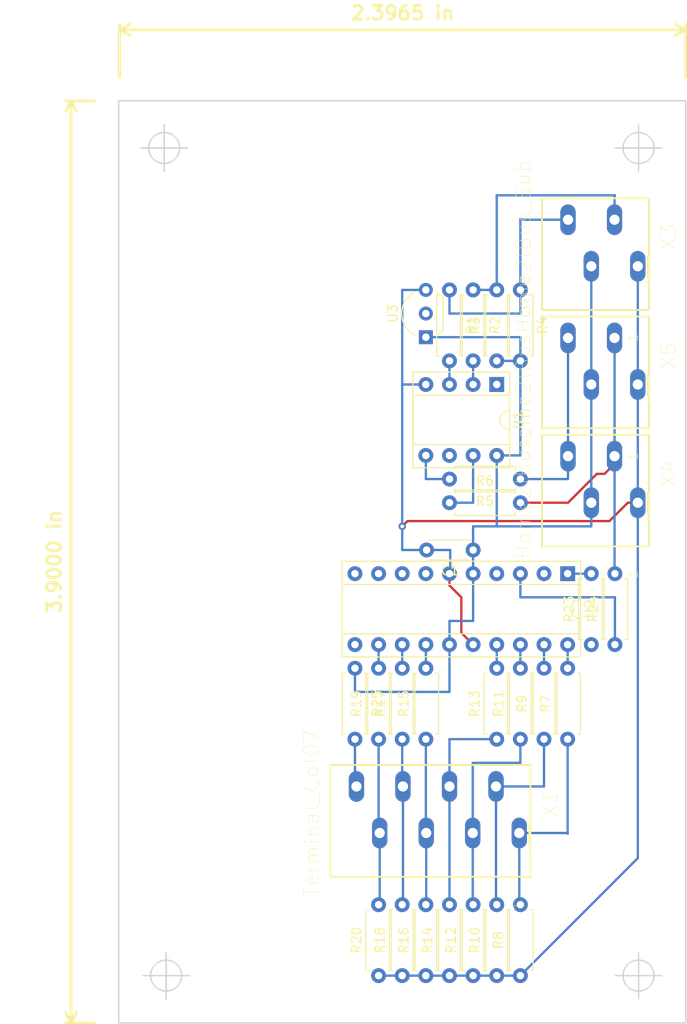
<source format=kicad_pcb>
(kicad_pcb (version 20171130) (host pcbnew 5.0.2+dfsg1-1)
  (title_block (title "Matrix Card Roof") (date 2019-10-30) (company "Gundolf Kiefer"))
  (layers (0 F.Cu signal) (1 In1.Cu signal hide) (2 In2.Cu signal) (31 B.Cu signal) (34 B.Paste user) (35 F.Paste user) (36 B.SilkS user) (37 F.SilkS user) (38 B.Mask user) (39 F.Mask user) (44 Edge.Cuts user))
  (net 0 "")
  (net 1 +5V)
  (net 2 /twi_ma_scl)
  (net 3 /twi_ma_sda)
  (net 4 /SCL)
  (net 5 /SDA)
  (net 6 GND)
  (net 7 "Net-(U1-Pad1)")
  (net 8 "Net-(R23-Pad2)")
  (net 9 "Net-(R25-Pad2)")
  (net 10 "Net-(R24-Pad1)")
  (net 11 "Net-(R5-Pad2)")
  (net 12 "Net-(R6-Pad1)")
  (net 13 "Net-(R7-Pad2)")
  (net 14 "Net-(R11-Pad2)")
  (net 15 "Net-(R9-Pad2)")
  (net 16 "Net-(R19-Pad2)")
  (net 17 "Net-(R17-Pad2)")
  (net 18 "Net-(R15-Pad2)")
  (net 19 "Net-(R13-Pad2)")
  (net 20 "Net-(U2-Pad2)")
  (net 21 "Net-(U1-Pad6)")
  (net 22 "Net-(U2-Pad10)")
  (net 23 "Net-(R7-Pad1)")
  (net 24 "Net-(R10-Pad2)")
  (net 25 "Net-(R11-Pad1)")
  (net 26 "Net-(R13-Pad1)")
  (net 27 "Net-(R15-Pad1)")
  (net 28 "Net-(R19-Pad1)")
  (net 29 "Net-(R17-Pad1)")
  (net 30 "Net-(R1-Pad1)")
  (net 31 "Net-(R2-Pad1)")
  (net 32 "Net-(U2-Pad11)")
  (net 33 "Net-(U2-Pad4)")
  (net 34 "Net-(U2-Pad7)")
  (net 35 "Net-(U2-Pad8)")
  (net 36 "Net-(U2-Pad9)")
  (module 250-404_000-012:P-250-404 (layer F.Cu) (at 76.6872 67.28 270)
    (fp_text reference X3 (at -1.80022 -7.8138 270) (layer F.SilkS) (effects (font (size 1.57501 1.57501) (thickness 0.05))))
    (fp_text value Home2lBus_Sub (at -0.80054 7.79256 270) (layer F.SilkS) (effects (font (size 1.57589 1.57589) (thickness 0.05))))
    (fp_text user 1 (at 9.00484 -4.01496 270) (layer F.SilkS) (effects (font (thickness 0.05))))
    (pad L1 thru_hole oval (at 1.3 -4.5128 90) (size 3.3 1.65) (drill 1.1) (layers *.Cu *.Mask) (net 6 GND))
    (pad L2 thru_hole oval (at -3.7 -2.0128 270) (size 3.3 1.65) (drill 1.1) (layers *.Cu *.Mask) (net 31 "Net-(R2-Pad1)"))
    (pad L3 thru_hole oval (at 1.3 0.4872 270) (size 3.3 1.65) (drill 1.1) (layers *.Cu *.Mask) (net 1 +5V))
    (pad L4 thru_hole oval (at -3.7 2.9872 270) (size 3.3 1.65) (drill 1.1) (layers *.Cu *.Mask) (net 30 "Net-(R1-Pad1)"))
  )
  (module Package_TO_SOT_THT:TO-92_Inline_Wide (layer F.Cu) (at 58.42 76.2 90)
    (fp_text reference U3 (at 2.54 -3.56 90) (layer F.SilkS))
    (fp_text value TSIC306-TO92)
    (pad 1 thru_hole rect (at 0 0 180) (size 1.5 1.5) (drill 0.8) (layers *.Cu *.Mask) (net 1 +5V))
    (pad 3 thru_hole circle (at 5.08 0 180) (size 1.5 1.5) (drill 0.8) (layers *.Cu *.Mask) (net 6 GND))
    (pad 2 thru_hole circle (at 2.54 0 180) (size 1.5 1.5) (drill 0.8) (layers *.Cu *.Mask) (net 20 "Net-(U2-Pad2)"))
  )
  (module Package_DIP:DIP-20_W7.62mm_Socket (layer F.Cu) (at 73.66 101.6 270)
    (fp_text reference U2 (at 3.81 -2.33 270) (layer F.SilkS))
    (fp_text value ATtiny861-20PU)
    (pad 1 thru_hole rect (at 0 0 270) (size 1.6 1.6) (drill 0.8) (layers *.Cu *.Mask) (net 8 "Net-(R23-Pad2)"))
    (pad 11 thru_hole oval (at 7.62 22.86 270) (size 1.6 1.6) (drill 0.8) (layers *.Cu *.Mask) (net 32 "Net-(U2-Pad11)"))
    (pad 2 thru_hole oval (at 0 2.54 270) (size 1.6 1.6) (drill 0.8) (layers *.Cu *.Mask) (net 20 "Net-(U2-Pad2)"))
    (pad 12 thru_hole oval (at 7.62 20.32 270) (size 1.6 1.6) (drill 0.8) (layers *.Cu *.Mask) (net 16 "Net-(R19-Pad2)"))
    (pad 3 thru_hole oval (at 0 5.08 270) (size 1.6 1.6) (drill 0.8) (layers *.Cu *.Mask) (net 10 "Net-(R24-Pad1)"))
    (pad 13 thru_hole oval (at 7.62 17.78 270) (size 1.6 1.6) (drill 0.8) (layers *.Cu *.Mask) (net 17 "Net-(R17-Pad2)"))
    (pad 4 thru_hole oval (at 0 7.62 270) (size 1.6 1.6) (drill 0.8) (layers *.Cu *.Mask) (net 33 "Net-(U2-Pad4)"))
    (pad 14 thru_hole oval (at 7.62 15.24 270) (size 1.6 1.6) (drill 0.8) (layers *.Cu *.Mask) (net 18 "Net-(R15-Pad2)"))
    (pad 5 thru_hole oval (at 0 10.16 270) (size 1.6 1.6) (drill 0.8) (layers *.Cu *.Mask) (net 1 +5V))
    (pad 15 thru_hole oval (at 7.62 12.7 270) (size 1.6 1.6) (drill 0.8) (layers *.Cu *.Mask) (net 1 +5V))
    (pad 6 thru_hole oval (at 0 12.7 270) (size 1.6 1.6) (drill 0.8) (layers *.Cu *.Mask) (net 6 GND))
    (pad 16 thru_hole oval (at 7.62 10.16 270) (size 1.6 1.6) (drill 0.8) (layers *.Cu *.Mask) (net 6 GND))
    (pad 7 thru_hole oval (at 0 15.24 270) (size 1.6 1.6) (drill 0.8) (layers *.Cu *.Mask) (net 34 "Net-(U2-Pad7)"))
    (pad 17 thru_hole oval (at 7.62 7.62 270) (size 1.6 1.6) (drill 0.8) (layers *.Cu *.Mask) (net 19 "Net-(R13-Pad2)"))
    (pad 8 thru_hole oval (at 0 17.78 270) (size 1.6 1.6) (drill 0.8) (layers *.Cu *.Mask) (net 35 "Net-(U2-Pad8)"))
    (pad 18 thru_hole oval (at 7.62 5.08 270) (size 1.6 1.6) (drill 0.8) (layers *.Cu *.Mask) (net 14 "Net-(R11-Pad2)"))
    (pad 9 thru_hole oval (at 0 20.32 270) (size 1.6 1.6) (drill 0.8) (layers *.Cu *.Mask) (net 36 "Net-(U2-Pad9)"))
    (pad 19 thru_hole oval (at 7.62 2.54 270) (size 1.6 1.6) (drill 0.8) (layers *.Cu *.Mask) (net 15 "Net-(R9-Pad2)"))
    (pad 10 thru_hole oval (at 0 22.86 270) (size 1.6 1.6) (drill 0.8) (layers *.Cu *.Mask) (net 22 "Net-(U2-Pad10)"))
    (pad 20 thru_hole oval (at 7.62 0 270) (size 1.6 1.6) (drill 0.8) (layers *.Cu *.Mask) (net 13 "Net-(R7-Pad2)"))
  )
  (module 250-404_000-012:P-250-404 (layer F.Cu) (at 76.6872 79.98 270)
    (fp_text reference X5 (at -1.80022 -7.8138 270) (layer F.SilkS) (effects (font (size 1.57501 1.57501) (thickness 0.05))))
    (fp_text value Home2lBus_Thru (at -0.80054 7.79256 270) (layer F.SilkS) (effects (font (size 1.57589 1.57589) (thickness 0.05))))
    (fp_text user 1 (at 9.00484 -4.01496 270) (layer F.SilkS) (effects (font (thickness 0.05))))
    (pad L1 thru_hole oval (at 1.3 -4.5128 90) (size 3.3 1.65) (drill 1.1) (layers *.Cu *.Mask) (net 6 GND))
    (pad L2 thru_hole oval (at -3.7 -2.0128 270) (size 3.3 1.65) (drill 1.1) (layers *.Cu *.Mask) (net 4 /SCL))
    (pad L3 thru_hole oval (at 1.3 0.4872 270) (size 3.3 1.65) (drill 1.1) (layers *.Cu *.Mask) (net 1 +5V))
    (pad L4 thru_hole oval (at -3.7 2.9872 270) (size 3.3 1.65) (drill 1.1) (layers *.Cu *.Mask) (net 5 /SDA))
  )
  (module 250-404_000-012:P-250-404 (layer F.Cu) (at 76.6872 92.68 270)
    (fp_text reference X4 (at -1.80022 -7.8138 270) (layer F.SilkS) (effects (font (size 1.57501 1.57501) (thickness 0.05))))
    (fp_text value Home2lBus_In (at -0.80054 7.79256 270) (layer F.SilkS) (effects (font (size 1.57589 1.57589) (thickness 0.05))))
    (fp_text user 1 (at 9.00484 -4.01496 270) (layer F.SilkS) (effects (font (thickness 0.05))))
    (pad L4 thru_hole oval (at -3.7 2.9872 270) (size 3.3 1.65) (drill 1.1) (layers *.Cu *.Mask) (net 5 /SDA))
    (pad L3 thru_hole oval (at 1.3 0.4872 270) (size 3.3 1.65) (drill 1.1) (layers *.Cu *.Mask) (net 1 +5V))
    (pad L2 thru_hole oval (at -3.7 -2.0128 270) (size 3.3 1.65) (drill 1.1) (layers *.Cu *.Mask) (net 4 /SCL))
    (pad L1 thru_hole oval (at 1.3 -4.5128 90) (size 3.3 1.65) (drill 1.1) (layers *.Cu *.Mask) (net 6 GND))
  )
  (module 250-408_000-012:P-250-408 (layer F.Cu) (at 58.9878 128.16 270)
    (fp_text reference X1 (at -1.80134 -12.7816 270) (layer F.SilkS) (effects (font (size 1.57596 1.57596) (thickness 0.05))))
    (fp_text value Terminal_Col07 (at -0.80153 12.8522 270) (layer F.SilkS) (effects (font (size 1.5778 1.5778) (thickness 0.05))))
    (fp_text user 1 (at 9.10895 -9.18122 270) (layer F.SilkS) (effects (font (thickness 0.05))))
    (pad L1 thru_hole oval (at 1.3 -9.4722 270) (size 3.3 1.65) (drill 1.1) (layers *.Cu *.Mask) (net 23 "Net-(R7-Pad1)"))
    (pad L2 thru_hole oval (at -3.7 -6.9722 270) (size 3.3 1.65) (drill 1.1) (layers *.Cu *.Mask) (net 24 "Net-(R10-Pad2)"))
    (pad L3 thru_hole oval (at 1.3 -4.4722 270) (size 3.3 1.65) (drill 1.1) (layers *.Cu *.Mask) (net 25 "Net-(R11-Pad1)"))
    (pad L4 thru_hole oval (at -3.7 -1.9722 270) (size 3.3 1.65) (drill 1.1) (layers *.Cu *.Mask) (net 26 "Net-(R13-Pad1)"))
    (pad L5 thru_hole oval (at 1.3 0.5278 270) (size 3.3 1.65) (drill 1.1) (layers *.Cu *.Mask) (net 27 "Net-(R15-Pad1)"))
    (pad L6 thru_hole oval (at -3.7 3.0278 270) (size 3.3 1.65) (drill 1.1) (layers *.Cu *.Mask) (net 29 "Net-(R17-Pad1)"))
    (pad L7 thru_hole oval (at 1.3 5.5278 270) (size 3.3 1.65) (drill 1.1) (layers *.Cu *.Mask) (net 28 "Net-(R19-Pad1)"))
    (pad L8 thru_hole oval (at -3.7 8.0278 270) (size 3.3 1.65) (drill 1.1) (layers *.Cu *.Mask) (net 9 "Net-(R25-Pad2)"))
  )
  (module Capacitor_THT:C_Disc_D4.3mm_W1.9mm_P5.00mm (layer F.Cu) (at 63.5 99.06 180)
    (fp_text reference C1 (at 2.5 -2.2 180) (layer F.SilkS))
    (fp_text value 100nF)
    (pad 2 thru_hole circle (at 5 0 180) (size 1.6 1.6) (drill 0.8) (layers *.Cu *.Mask) (net 6 GND))
    (pad 1 thru_hole circle (at 0 0 180) (size 1.6 1.6) (drill 0.8) (layers *.Cu *.Mask) (net 1 +5V))
  )
  (module Package_DIP:DIP-8_W7.62mm_Socket (layer F.Cu) (at 66.04 81.28 270)
    (fp_text reference U1 (at 3.81 -2.33 270) (layer F.SilkS))
    (fp_text value ATtiny85V-10PU)
    (pad 8 thru_hole oval (at 7.62 0 270) (size 1.6 1.6) (drill 0.8) (layers *.Cu *.Mask) (net 1 +5V))
    (pad 4 thru_hole oval (at 0 7.62 270) (size 1.6 1.6) (drill 0.8) (layers *.Cu *.Mask) (net 6 GND))
    (pad 7 thru_hole oval (at 7.62 2.54 270) (size 1.6 1.6) (drill 0.8) (layers *.Cu *.Mask) (net 12 "Net-(R6-Pad1)"))
    (pad 3 thru_hole oval (at 0 5.08 270) (size 1.6 1.6) (drill 0.8) (layers *.Cu *.Mask) (net 3 /twi_ma_sda))
    (pad 6 thru_hole oval (at 7.62 5.08 270) (size 1.6 1.6) (drill 0.8) (layers *.Cu *.Mask) (net 21 "Net-(U1-Pad6)"))
    (pad 2 thru_hole oval (at 0 2.54 270) (size 1.6 1.6) (drill 0.8) (layers *.Cu *.Mask) (net 2 /twi_ma_scl))
    (pad 5 thru_hole oval (at 7.62 7.62 270) (size 1.6 1.6) (drill 0.8) (layers *.Cu *.Mask) (net 11 "Net-(R5-Pad2)"))
    (pad 1 thru_hole rect (at 0 0 270) (size 1.6 1.6) (drill 0.8) (layers *.Cu *.Mask) (net 7 "Net-(U1-Pad1)"))
  )
  (module Resistor_THT:R_Axial_DIN0207_L6.3mm_D2.5mm_P7.62mm_Horizontal (layer F.Cu) (at 66.04 144.78 90)
    (fp_text reference R10 (at 3.81 -2.37 90) (layer F.SilkS))
    (fp_text value 10k)
    (pad 2 thru_hole oval (at 7.62 0 90) (size 1.6 1.6) (drill 0.8) (layers *.Cu *.Mask) (net 24 "Net-(R10-Pad2)"))
    (pad 1 thru_hole circle (at 0 0 90) (size 1.6 1.6) (drill 0.8) (layers *.Cu *.Mask) (net 6 GND))
  )
  (module Resistor_THT:R_Axial_DIN0207_L6.3mm_D2.5mm_P7.62mm_Horizontal (layer F.Cu) (at 63.5 144.78 90)
    (fp_text reference R12 (at 3.81 -2.37 90) (layer F.SilkS))
    (fp_text value 10k)
    (pad 2 thru_hole oval (at 7.62 0 90) (size 1.6 1.6) (drill 0.8) (layers *.Cu *.Mask) (net 25 "Net-(R11-Pad1)"))
    (pad 1 thru_hole circle (at 0 0 90) (size 1.6 1.6) (drill 0.8) (layers *.Cu *.Mask) (net 6 GND))
  )
  (module Resistor_THT:R_Axial_DIN0207_L6.3mm_D2.5mm_P7.62mm_Horizontal (layer F.Cu) (at 66.04 119.38 90)
    (fp_text reference R13 (at 3.81 -2.37 90) (layer F.SilkS))
    (fp_text value 1k)
    (pad 2 thru_hole oval (at 7.62 0 90) (size 1.6 1.6) (drill 0.8) (layers *.Cu *.Mask) (net 19 "Net-(R13-Pad2)"))
    (pad 1 thru_hole circle (at 0 0 90) (size 1.6 1.6) (drill 0.8) (layers *.Cu *.Mask) (net 26 "Net-(R13-Pad1)"))
  )
  (module Resistor_THT:R_Axial_DIN0207_L6.3mm_D2.5mm_P7.62mm_Horizontal (layer F.Cu) (at 60.96 144.78 90)
    (fp_text reference R14 (at 3.81 -2.37 90) (layer F.SilkS))
    (fp_text value 10k)
    (pad 2 thru_hole oval (at 7.62 0 90) (size 1.6 1.6) (drill 0.8) (layers *.Cu *.Mask) (net 26 "Net-(R13-Pad1)"))
    (pad 1 thru_hole circle (at 0 0 90) (size 1.6 1.6) (drill 0.8) (layers *.Cu *.Mask) (net 6 GND))
  )
  (module Resistor_THT:R_Axial_DIN0207_L6.3mm_D2.5mm_P7.62mm_Horizontal (layer F.Cu) (at 58.42 119.38 90)
    (fp_text reference R15 (at 3.81 -2.37 90) (layer F.SilkS))
    (fp_text value 1k)
    (pad 2 thru_hole oval (at 7.62 0 90) (size 1.6 1.6) (drill 0.8) (layers *.Cu *.Mask) (net 18 "Net-(R15-Pad2)"))
    (pad 1 thru_hole circle (at 0 0 90) (size 1.6 1.6) (drill 0.8) (layers *.Cu *.Mask) (net 27 "Net-(R15-Pad1)"))
  )
  (module Resistor_THT:R_Axial_DIN0207_L6.3mm_D2.5mm_P7.62mm_Horizontal (layer F.Cu) (at 58.42 144.78 90)
    (fp_text reference R16 (at 3.81 -2.37 90) (layer F.SilkS))
    (fp_text value 10k)
    (pad 2 thru_hole oval (at 7.62 0 90) (size 1.6 1.6) (drill 0.8) (layers *.Cu *.Mask) (net 27 "Net-(R15-Pad1)"))
    (pad 1 thru_hole circle (at 0 0 90) (size 1.6 1.6) (drill 0.8) (layers *.Cu *.Mask) (net 6 GND))
  )
  (module Resistor_THT:R_Axial_DIN0207_L6.3mm_D2.5mm_P7.62mm_Horizontal (layer F.Cu) (at 55.88 119.38 90)
    (fp_text reference R17 (at 3.81 -2.37 90) (layer F.SilkS))
    (fp_text value 1k)
    (pad 2 thru_hole oval (at 7.62 0 90) (size 1.6 1.6) (drill 0.8) (layers *.Cu *.Mask) (net 17 "Net-(R17-Pad2)"))
    (pad 1 thru_hole circle (at 0 0 90) (size 1.6 1.6) (drill 0.8) (layers *.Cu *.Mask) (net 29 "Net-(R17-Pad1)"))
  )
  (module Resistor_THT:R_Axial_DIN0207_L6.3mm_D2.5mm_P7.62mm_Horizontal (layer F.Cu) (at 55.88 144.78 90)
    (fp_text reference R18 (at 3.81 -2.37 90) (layer F.SilkS))
    (fp_text value 10k)
    (pad 2 thru_hole oval (at 7.62 0 90) (size 1.6 1.6) (drill 0.8) (layers *.Cu *.Mask) (net 29 "Net-(R17-Pad1)"))
    (pad 1 thru_hole circle (at 0 0 90) (size 1.6 1.6) (drill 0.8) (layers *.Cu *.Mask) (net 6 GND))
  )
  (module Resistor_THT:R_Axial_DIN0207_L6.3mm_D2.5mm_P7.62mm_Horizontal (layer F.Cu) (at 53.34 119.38 90)
    (fp_text reference R19 (at 3.81 -2.37 90) (layer F.SilkS))
    (fp_text value 1k)
    (pad 2 thru_hole oval (at 7.62 0 90) (size 1.6 1.6) (drill 0.8) (layers *.Cu *.Mask) (net 16 "Net-(R19-Pad2)"))
    (pad 1 thru_hole circle (at 0 0 90) (size 1.6 1.6) (drill 0.8) (layers *.Cu *.Mask) (net 28 "Net-(R19-Pad1)"))
  )
  (module Resistor_THT:R_Axial_DIN0207_L6.3mm_D2.5mm_P7.62mm_Horizontal (layer F.Cu) (at 53.34 144.78 90)
    (fp_text reference R20 (at 3.81 -2.37 90) (layer F.SilkS))
    (fp_text value 10k)
    (pad 2 thru_hole oval (at 7.62 0 90) (size 1.6 1.6) (drill 0.8) (layers *.Cu *.Mask) (net 28 "Net-(R19-Pad1)"))
    (pad 1 thru_hole circle (at 0 0 90) (size 1.6 1.6) (drill 0.8) (layers *.Cu *.Mask) (net 6 GND))
  )
  (module Resistor_THT:R_Axial_DIN0207_L6.3mm_D2.5mm_P7.62mm_Horizontal (layer F.Cu) (at 71.12 119.38 90)
    (fp_text reference R9 (at 3.81 -2.37 90) (layer F.SilkS))
    (fp_text value 1k)
    (pad 2 thru_hole oval (at 7.62 0 90) (size 1.6 1.6) (drill 0.8) (layers *.Cu *.Mask) (net 15 "Net-(R9-Pad2)"))
    (pad 1 thru_hole circle (at 0 0 90) (size 1.6 1.6) (drill 0.8) (layers *.Cu *.Mask) (net 24 "Net-(R10-Pad2)"))
  )
  (module Resistor_THT:R_Axial_DIN0207_L6.3mm_D2.5mm_P7.62mm_Horizontal (layer F.Cu) (at 68.58 119.38 90)
    (fp_text reference R11 (at 3.81 -2.37 90) (layer F.SilkS))
    (fp_text value 1k)
    (pad 2 thru_hole oval (at 7.62 0 90) (size 1.6 1.6) (drill 0.8) (layers *.Cu *.Mask) (net 14 "Net-(R11-Pad2)"))
    (pad 1 thru_hole circle (at 0 0 90) (size 1.6 1.6) (drill 0.8) (layers *.Cu *.Mask) (net 25 "Net-(R11-Pad1)"))
  )
  (module Resistor_THT:R_Axial_DIN0207_L6.3mm_D2.5mm_P7.62mm_Horizontal (layer F.Cu) (at 68.58 144.78 90)
    (fp_text reference R8 (at 3.81 -2.37 90) (layer F.SilkS))
    (fp_text value 10k)
    (pad 2 thru_hole oval (at 7.62 0 90) (size 1.6 1.6) (drill 0.8) (layers *.Cu *.Mask) (net 23 "Net-(R7-Pad1)"))
    (pad 1 thru_hole circle (at 0 0 90) (size 1.6 1.6) (drill 0.8) (layers *.Cu *.Mask) (net 6 GND))
  )
  (module Resistor_THT:R_Axial_DIN0207_L6.3mm_D2.5mm_P7.62mm_Horizontal (layer F.Cu) (at 73.66 119.38 90)
    (fp_text reference R7 (at 3.81 -2.37 90) (layer F.SilkS))
    (fp_text value 1k)
    (pad 2 thru_hole oval (at 7.62 0 90) (size 1.6 1.6) (drill 0.8) (layers *.Cu *.Mask) (net 13 "Net-(R7-Pad2)"))
    (pad 1 thru_hole circle (at 0 0 90) (size 1.6 1.6) (drill 0.8) (layers *.Cu *.Mask) (net 23 "Net-(R7-Pad1)"))
  )
  (module Resistor_THT:R_Axial_DIN0207_L6.3mm_D2.5mm_P7.62mm_Horizontal (layer F.Cu) (at 60.96 93.98)
    (fp_text reference R6 (at 3.81 -2.37) (layer F.SilkS))
    (fp_text value 100)
    (pad 2 thru_hole oval (at 7.62 0) (size 1.6 1.6) (drill 0.8) (layers *.Cu *.Mask) (net 4 /SCL))
    (pad 1 thru_hole circle (at 0 0) (size 1.6 1.6) (drill 0.8) (layers *.Cu *.Mask) (net 12 "Net-(R6-Pad1)"))
  )
  (module Resistor_THT:R_Axial_DIN0207_L6.3mm_D2.5mm_P7.62mm_Horizontal (layer F.Cu) (at 68.58 91.44 180)
    (fp_text reference R5 (at 3.81 -2.37 180) (layer F.SilkS))
    (fp_text value 100)
    (pad 2 thru_hole oval (at 7.62 0 180) (size 1.6 1.6) (drill 0.8) (layers *.Cu *.Mask) (net 11 "Net-(R5-Pad2)"))
    (pad 1 thru_hole circle (at 0 0 180) (size 1.6 1.6) (drill 0.8) (layers *.Cu *.Mask) (net 5 /SDA))
  )
  (module Resistor_THT:R_Axial_DIN0207_L6.3mm_D2.5mm_P7.62mm_Horizontal (layer F.Cu) (at 68.58 71.12 270)
    (fp_text reference R4 (at 3.81 -2.37 270) (layer F.SilkS))
    (fp_text value 1k)
    (pad 2 thru_hole oval (at 7.62 0 270) (size 1.6 1.6) (drill 0.8) (layers *.Cu *.Mask) (net 1 +5V))
    (pad 1 thru_hole circle (at 0 0 270) (size 1.6 1.6) (drill 0.8) (layers *.Cu *.Mask) (net 30 "Net-(R1-Pad1)"))
  )
  (module Resistor_THT:R_Axial_DIN0207_L6.3mm_D2.5mm_P7.62mm_Horizontal (layer F.Cu) (at 66.04 78.74 90)
    (fp_text reference R3 (at 3.81 -2.37 90) (layer F.SilkS))
    (fp_text value 1k)
    (pad 2 thru_hole oval (at 7.62 0 90) (size 1.6 1.6) (drill 0.8) (layers *.Cu *.Mask) (net 31 "Net-(R2-Pad1)"))
    (pad 1 thru_hole circle (at 0 0 90) (size 1.6 1.6) (drill 0.8) (layers *.Cu *.Mask) (net 1 +5V))
  )
  (module Resistor_THT:R_Axial_DIN0207_L6.3mm_D2.5mm_P7.62mm_Horizontal (layer F.Cu) (at 63.5 71.12 270)
    (fp_text reference R2 (at 3.81 -2.37 270) (layer F.SilkS))
    (fp_text value 100)
    (pad 2 thru_hole oval (at 7.62 0 270) (size 1.6 1.6) (drill 0.8) (layers *.Cu *.Mask) (net 2 /twi_ma_scl))
    (pad 1 thru_hole circle (at 0 0 270) (size 1.6 1.6) (drill 0.8) (layers *.Cu *.Mask) (net 31 "Net-(R2-Pad1)"))
  )
  (module Resistor_THT:R_Axial_DIN0207_L6.3mm_D2.5mm_P7.62mm_Horizontal (layer F.Cu) (at 60.96 71.12 270)
    (fp_text reference R1 (at 3.81 -2.37 270) (layer F.SilkS))
    (fp_text value 100)
    (pad 2 thru_hole oval (at 7.62 0 270) (size 1.6 1.6) (drill 0.8) (layers *.Cu *.Mask) (net 3 /twi_ma_sda))
    (pad 1 thru_hole circle (at 0 0 270) (size 1.6 1.6) (drill 0.8) (layers *.Cu *.Mask) (net 30 "Net-(R1-Pad1)"))
  )
  (module Resistor_THT:R_Axial_DIN0207_L6.3mm_D2.5mm_P7.62mm_Horizontal (layer F.Cu) (at 78.74 109.22 90)
    (fp_text reference R24 (at 3.81 -2.37 90) (layer F.SilkS))
    (fp_text value 100)
    (pad 2 thru_hole oval (at 7.62 0 90) (size 1.6 1.6) (drill 0.8) (layers *.Cu *.Mask) (net 4 /SCL))
    (pad 1 thru_hole circle (at 0 0 90) (size 1.6 1.6) (drill 0.8) (layers *.Cu *.Mask) (net 10 "Net-(R24-Pad1)"))
  )
  (module Resistor_THT:R_Axial_DIN0207_L6.3mm_D2.5mm_P7.62mm_Horizontal (layer F.Cu) (at 50.8 111.76 270)
    (fp_text reference R25 (at 3.81 -2.37 270) (layer F.SilkS))
    (fp_text value 100)
    (pad 2 thru_hole oval (at 7.62 0 270) (size 1.6 1.6) (drill 0.8) (layers *.Cu *.Mask) (net 9 "Net-(R25-Pad2)"))
    (pad 1 thru_hole circle (at 0 0 270) (size 1.6 1.6) (drill 0.8) (layers *.Cu *.Mask) (net 1 +5V))
  )
  (module Resistor_THT:R_Axial_DIN0207_L6.3mm_D2.5mm_P7.62mm_Horizontal (layer F.Cu) (at 76.2 109.22 90)
    (fp_text reference R23 (at 3.81 -2.37 90) (layer F.SilkS))
    (fp_text value 100)
    (pad 2 thru_hole oval (at 7.62 0 90) (size 1.6 1.6) (drill 0.8) (layers *.Cu *.Mask) (net 8 "Net-(R23-Pad2)"))
    (pad 1 thru_hole circle (at 0 0 90) (size 1.6 1.6) (drill 0.8) (layers *.Cu *.Mask) (net 5 /SDA))
  )
  (target plus (at 81.28 144.78) (size 5) (width 0.15) (layer Edge.Cuts))
  (target plus (at 30.507442 144.78) (size 5) (width 0.15) (layer Edge.Cuts))
  (target plus (at 81.28 55.88) (size 5) (width 0.15) (layer Edge.Cuts))
  (target plus (at 30.302565 55.870249) (size 5) (width 0.15) (layer Edge.Cuts))
  (gr_line (start 86.36 149.86) (end 86.36 50.8) (layer Edge.Cuts) (width 0.15))
  (gr_line (start 25.4 149.86) (end 86.36 149.86) (layer Edge.Cuts) (width 0.15))
  (gr_line (start 25.4 50.8) (end 25.4 149.86) (layer Edge.Cuts) (width 0.15))
  (gr_line (start 86.36 50.8) (end 25.4 50.8) (layer Edge.Cuts) (width 0.15))
  (dimension 60.87181 (width 0.3) (layer F.SilkS) (gr_text "60.872 mm" (at 55.924516 41.081787 359.996635) (layer F.SilkS) (effects (font (size 1.5 1.5) (thickness 0.3)))) (feature1 (pts (xy 86.36 48.26) (xy 86.360333 42.597154))) (feature2 (pts (xy 25.48819 48.256425) (xy 25.488523 42.593579))) (crossbar (pts (xy 25.488488 43.18) (xy 86.360298 43.183575))) (arrow1a (pts (xy 86.360298 43.183575) (xy 85.23376 43.76993))) (arrow1b (pts (xy 86.360298 43.183575) (xy 85.233829 42.597088))) (arrow2a (pts (xy 25.488488 43.18) (xy 26.614957 43.766487))) (arrow2b (pts (xy 25.488488 43.18) (xy 26.615026 42.593645))))
  (dimension 99.06 (width 0.3) (layer F.SilkS) (gr_text "99.060 mm" (at 18.185624 100.33 270) (layer F.SilkS) (effects (font (size 1.5 1.5) (thickness 0.3)))) (feature1 (pts (xy 22.825624 149.86) (xy 19.699203 149.86))) (feature2 (pts (xy 22.825624 50.8) (xy 19.699203 50.8))) (crossbar (pts (xy 20.285624 50.8) (xy 20.285624 149.86))) (arrow1a (pts (xy 20.285624 149.86) (xy 19.699203 148.733496))) (arrow1b (pts (xy 20.285624 149.86) (xy 20.872045 148.733496))) (arrow2a (pts (xy 20.285624 50.8) (xy 19.699203 51.926504))) (arrow2b (pts (xy 20.285624 50.8) (xy 20.872045 51.926504))))
  (segment (start 76.2 68.58) (end 76.2 93.98) (width 0.25) (layer B.Cu) (net 1))
  (segment (start 63.5 99.06) (end 63.5 101.6) (width 0.25) (layer B.Cu) (net 1))
  (segment (start 68.58 88.9) (end 66.04 88.9) (width 0.25) (layer B.Cu) (net 1))
  (segment (start 68.58 78.74) (end 68.58 88.9) (width 0.25) (layer B.Cu) (net 1))
  (segment (start 68.58 78.74) (end 66.04 78.74) (width 0.25) (layer B.Cu) (net 1))
  (segment (start 76.2 93.98) (end 76.2 96.52) (width 0.25) (layer B.Cu) (net 1))
  (segment (start 76.2 96.52) (end 66.04 96.52) (width 0.25) (layer B.Cu) (net 1))
  (segment (start 66.04 96.52) (end 66.04 88.9) (width 0.25) (layer B.Cu) (net 1))
  (segment (start 68.58 76.2) (end 68.58 78.74) (width 0.25) (layer B.Cu) (net 1))
  (segment (start 58.42 76.2) (end 68.58 76.2) (width 0.25) (layer B.Cu) (net 1))
  (segment (start 66.04 96.52) (end 63.5 96.52) (width 0.25) (layer B.Cu) (net 1))
  (segment (start 63.5 96.52) (end 63.5 99.06) (width 0.25) (layer B.Cu) (net 1))
  (segment (start 50.8 111.76) (end 50.8 114.3) (width 0.25) (layer B.Cu) (net 1))
  (segment (start 50.8 114.3) (end 60.96 114.3) (width 0.25) (layer B.Cu) (net 1))
  (segment (start 60.96 114.3) (end 60.96 109.22) (width 0.25) (layer B.Cu) (net 1))
  (segment (start 60.96 109.22) (end 60.96 106.68) (width 0.25) (layer B.Cu) (net 1))
  (segment (start 60.96 106.68) (end 63.5 106.68) (width 0.25) (layer B.Cu) (net 1))
  (segment (start 63.5 106.68) (end 63.5 101.6) (width 0.25) (layer B.Cu) (net 1))
  (segment (start 63.5 78.74) (end 63.5 81.28) (width 0.25) (layer B.Cu) (net 2))
  (segment (start 60.96 78.74) (end 60.96 81.28) (width 0.25) (layer B.Cu) (net 3))
  (segment (start 78.7 76.28) (end 78.7 88.98) (width 0.25) (layer B.Cu) (net 4))
  (segment (start 78.7 88.98) (end 78.7 101.56) (width 0.25) (layer B.Cu) (net 4))
  (segment (start 78.7 89.805) (end 78.7 88.98) (width 0.25) (layer F.Cu) (net 4))
  (segment (start 77.625 90.88) (end 78.7 89.805) (width 0.25) (layer F.Cu) (net 4))
  (segment (start 76.8 90.88) (end 77.625 90.88) (width 0.25) (layer F.Cu) (net 4))
  (segment (start 73.7 93.98) (end 76.8 90.88) (width 0.25) (layer F.Cu) (net 4))
  (segment (start 68.58 93.98) (end 73.7 93.98) (width 0.25) (layer F.Cu) (net 4))
  (segment (start 73.7 76.28) (end 73.7 88.98) (width 0.25) (layer B.Cu) (net 5))
  (segment (start 68.58 91.44) (end 73.66 91.44) (width 0.25) (layer B.Cu) (net 5))
  (segment (start 73.7 88.98) (end 73.7 91.4) (width 0.25) (layer B.Cu) (net 5))
  (segment (start 73.7 91.4) (end 73.66 91.44) (width 0.25) (layer B.Cu) (net 5))
  (segment (start 81.2 68.58) (end 81.2 93.98) (width 0.25) (layer B.Cu) (net 6))
  (segment (start 61.04 101.52) (end 60.96 101.6) (width 0.25) (layer B.Cu) (net 6))
  (segment (start 61.04 99.06) (end 61.04 101.52) (width 0.25) (layer B.Cu) (net 6))
  (segment (start 61.04 99.06) (end 58.42 99.06) (width 0.25) (layer B.Cu) (net 6))
  (segment (start 55.88 99.06) (end 55.88 96.52) (width 0.25) (layer B.Cu) (net 6))
  (segment (start 55.88 81.28) (end 58.42 81.28) (width 0.25) (layer B.Cu) (net 6))
  (segment (start 58.42 71.12) (end 55.88 71.12) (width 0.25) (layer B.Cu) (net 6))
  (segment (start 55.88 71.12) (end 55.88 81.28) (width 0.25) (layer B.Cu) (net 6))
  (segment (start 55.88 96.52) (end 55.88 81.28) (width 0.25) (layer B.Cu) (net 6))
  (via (at 55.88 96.52) (size 0.8) (drill 0.4) (layers F.Cu B.Cu) (net 6))
  (segment (start 56.44499 95.95501) (end 55.88 96.52) (width 0.25) (layer F.Cu) (net 6))
  (segment (start 81.2 93.98) (end 80.125 93.98) (width 0.25) (layer F.Cu) (net 6))
  (segment (start 78.14999 95.95501) (end 56.44499 95.95501) (width 0.25) (layer F.Cu) (net 6))
  (segment (start 80.125 93.98) (end 78.14999 95.95501) (width 0.25) (layer F.Cu) (net 6))
  (segment (start 55.88 99.06) (end 58.5 99.06) (width 0.25) (layer B.Cu) (net 6))
  (segment (start 60.96 101.6) (end 60.96 102.87) (width 0.25) (layer F.Cu) (net 6))
  (segment (start 68.58 144.78) (end 53.34 144.78) (width 0.25) (layer B.Cu) (net 6))
  (segment (start 62.23 107.95) (end 63.5 109.22) (width 0.25) (layer F.Cu) (net 6))
  (segment (start 62.23 104.14) (end 62.23 107.95) (width 0.25) (layer F.Cu) (net 6))
  (segment (start 60.96 102.87) (end 62.23 104.14) (width 0.25) (layer F.Cu) (net 6))
  (segment (start 81.2 132.16) (end 68.58 144.78) (width 0.25) (layer B.Cu) (net 6))
  (segment (start 81.2 93.98) (end 81.2 132.16) (width 0.25) (layer B.Cu) (net 6))
  (segment (start 73.66 101.6) (end 76.2 101.6) (width 0.25) (layer B.Cu) (net 8))
  (segment (start 50.8 124.3) (end 50.96 124.46) (width 0.25) (layer B.Cu) (net 9))
  (segment (start 50.8 119.38) (end 50.8 124.3) (width 0.25) (layer B.Cu) (net 9))
  (segment (start 78.74 104.14) (end 78.74 109.22) (width 0.25) (layer B.Cu) (net 10))
  (segment (start 68.58 101.6) (end 68.58 104.14) (width 0.25) (layer B.Cu) (net 10))
  (segment (start 68.58 104.14) (end 78.74 104.14) (width 0.25) (layer B.Cu) (net 10))
  (segment (start 60.96 91.44) (end 58.42 91.44) (width 0.25) (layer B.Cu) (net 11))
  (segment (start 58.42 91.44) (end 58.42 88.9) (width 0.25) (layer B.Cu) (net 11))
  (segment (start 60.96 93.98) (end 63.5 93.98) (width 0.25) (layer B.Cu) (net 12))
  (segment (start 63.5 93.98) (end 63.5 88.9) (width 0.25) (layer B.Cu) (net 12))
  (segment (start 73.66 109.22) (end 73.66 111.76) (width 0.25) (layer B.Cu) (net 13))
  (segment (start 68.58 109.22) (end 68.58 111.76) (width 0.25) (layer B.Cu) (net 14))
  (segment (start 71.12 109.22) (end 71.12 111.76) (width 0.25) (layer B.Cu) (net 15))
  (segment (start 53.34 109.22) (end 53.34 111.76) (width 0.25) (layer B.Cu) (net 16))
  (segment (start 55.88 109.22) (end 55.88 111.76) (width 0.25) (layer B.Cu) (net 17))
  (segment (start 58.42 109.22) (end 58.42 111.76) (width 0.25) (layer B.Cu) (net 18))
  (segment (start 66.04 109.22) (end 66.04 111.76) (width 0.25) (layer B.Cu) (net 19))
  (segment (start 68.46 129.46) (end 68.46 137.04) (width 0.25) (layer B.Cu) (net 23))
  (segment (start 73.66 119.38) (end 73.66 129.54) (width 0.25) (layer B.Cu) (net 23))
  (segment (start 73.58 129.46) (end 68.46 129.46) (width 0.25) (layer B.Cu) (net 23))
  (segment (start 73.66 129.54) (end 73.58 129.46) (width 0.25) (layer B.Cu) (net 23))
  (segment (start 65.92 137.04) (end 66.04 137.16) (width 0.25) (layer B.Cu) (net 24))
  (segment (start 65.96 137.08) (end 66.04 137.16) (width 0.25) (layer B.Cu) (net 24))
  (segment (start 65.96 124.46) (end 65.96 137.08) (width 0.25) (layer B.Cu) (net 24))
  (segment (start 71.12 119.38) (end 71.12 124.46) (width 0.25) (layer B.Cu) (net 24))
  (segment (start 71.12 124.46) (end 65.96 124.46) (width 0.25) (layer B.Cu) (net 24))
  (segment (start 63.46 137.12) (end 63.5 137.16) (width 0.25) (layer B.Cu) (net 25))
  (segment (start 63.46 129.46) (end 63.46 137.12) (width 0.25) (layer B.Cu) (net 25))
  (segment (start 68.58 119.38) (end 68.58 121.92) (width 0.25) (layer B.Cu) (net 25))
  (segment (start 68.58 121.92) (end 63.5 121.92) (width 0.25) (layer B.Cu) (net 25))
  (segment (start 63.46 121.96) (end 63.46 129.46) (width 0.25) (layer B.Cu) (net 25))
  (segment (start 63.5 121.92) (end 63.46 121.96) (width 0.25) (layer B.Cu) (net 25))
  (segment (start 60.96 124.46) (end 60.96 137.16) (width 0.25) (layer B.Cu) (net 26))
  (segment (start 66.04 119.38) (end 60.96 119.38) (width 0.25) (layer B.Cu) (net 26))
  (segment (start 60.96 119.38) (end 60.96 124.46) (width 0.25) (layer B.Cu) (net 26))
  (segment (start 58.46 137.12) (end 58.42 137.16) (width 0.25) (layer B.Cu) (net 27))
  (segment (start 58.46 129.46) (end 58.46 137.12) (width 0.25) (layer B.Cu) (net 27))
  (segment (start 58.42 129.42) (end 58.46 129.46) (width 0.25) (layer B.Cu) (net 27))
  (segment (start 58.42 119.38) (end 58.42 129.42) (width 0.25) (layer B.Cu) (net 27))
  (segment (start 53.46 137.04) (end 53.34 137.16) (width 0.25) (layer B.Cu) (net 28))
  (segment (start 53.46 129.46) (end 53.46 137.04) (width 0.25) (layer B.Cu) (net 28))
  (segment (start 53.34 129.34) (end 53.46 129.46) (width 0.25) (layer B.Cu) (net 28))
  (segment (start 53.34 119.38) (end 53.34 129.34) (width 0.25) (layer B.Cu) (net 28))
  (segment (start 55.96 137.08) (end 55.88 137.16) (width 0.25) (layer B.Cu) (net 29))
  (segment (start 55.96 124.46) (end 55.96 137.08) (width 0.25) (layer B.Cu) (net 29))
  (segment (start 55.88 124.38) (end 55.96 124.46) (width 0.25) (layer B.Cu) (net 29))
  (segment (start 55.88 119.38) (end 55.88 124.38) (width 0.25) (layer B.Cu) (net 29))
  (segment (start 60.96 73.66) (end 60.96 71.12) (width 0.25) (layer B.Cu) (net 30))
  (segment (start 60.96 73.66) (end 68.58 73.66) (width 0.25) (layer B.Cu) (net 30))
  (segment (start 68.58 71.12) (end 68.58 73.66) (width 0.25) (layer B.Cu) (net 30))
  (segment (start 68.58 71.12) (end 68.58 63.5) (width 0.25) (layer B.Cu) (net 30))
  (segment (start 68.66 63.58) (end 73.7 63.58) (width 0.25) (layer B.Cu) (net 30))
  (segment (start 68.58 63.5) (end 68.66 63.58) (width 0.25) (layer B.Cu) (net 30))
  (segment (start 63.5 71.12) (end 66.04 71.12) (width 0.25) (layer B.Cu) (net 31))
  (segment (start 66.04 71.12) (end 66.04 68.58) (width 0.25) (layer B.Cu) (net 31))
  (segment (start 68.58 60.96) (end 78.74 60.96) (width 0.25) (layer B.Cu) (net 31))
  (segment (start 78.7 61) (end 78.7 63.58) (width 0.25) (layer B.Cu) (net 31))
  (segment (start 78.74 60.96) (end 78.7 61) (width 0.25) (layer B.Cu) (net 31))
  (segment (start 66.04 68.58) (end 66.04 60.96) (width 0.25) (layer B.Cu) (net 31))
  (segment (start 66.04 60.96) (end 68.58 60.96) (width 0.25) (layer B.Cu) (net 31))
)
</source>
